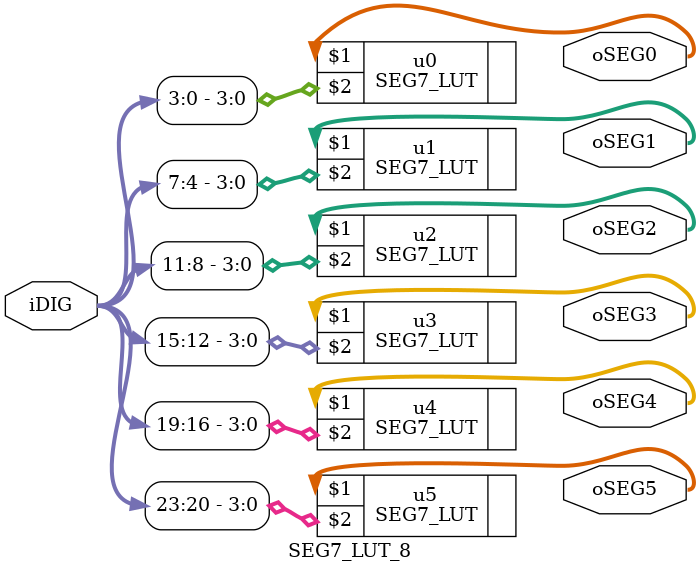
<source format=v>

module SEG7_LUT_8 (	oSEG0,oSEG1,oSEG2,oSEG3,oSEG4,oSEG5,iDIG );
input	[31:0]	iDIG;
output	[6:0]	oSEG0,oSEG1,oSEG2,oSEG3,oSEG4,oSEG5;

SEG7_LUT	u0	(	oSEG0,iDIG[3:0]		);
SEG7_LUT	u1	(	oSEG1,iDIG[7:4]		);
SEG7_LUT	u2	(	oSEG2,iDIG[11:8]	);
SEG7_LUT	u3	(	oSEG3,iDIG[15:12]	);
SEG7_LUT	u4	(	oSEG4,iDIG[19:16]	);
SEG7_LUT	u5	(	oSEG5,iDIG[23:20]	);

endmodule
</source>
